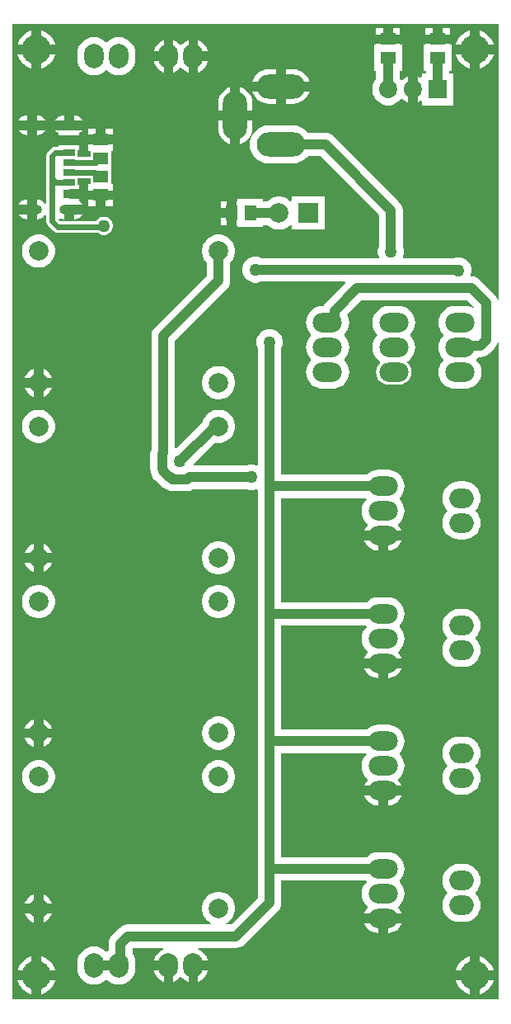
<source format=gbr>
G04*
G04 #@! TF.GenerationSoftware,Altium Limited,Altium Designer,24.2.2 (26)*
G04*
G04 Layer_Physical_Order=1*
G04 Layer_Color=255*
%FSLAX44Y44*%
%MOMM*%
G71*
G04*
G04 #@! TF.SameCoordinates,C1532DF8-A77D-479D-A07C-5EAB100E6B30*
G04*
G04*
G04 #@! TF.FilePolarity,Positive*
G04*
G01*
G75*
%ADD16R,1.1500X0.9000*%
%ADD17R,1.1500X0.8000*%
%ADD18R,1.1500X0.7000*%
%ADD19R,1.5000X1.3000*%
%ADD20R,1.3000X1.5000*%
%ADD38C,1.0000*%
%ADD39C,0.6000*%
%ADD40C,1.8600*%
%ADD41R,1.8600X1.8600*%
%ADD42O,2.0000X1.0000*%
%ADD43O,3.0000X2.0000*%
%ADD44O,5.0000X2.5000*%
%ADD45O,2.5000X5.0000*%
%ADD46O,2.0000X2.5000*%
%ADD47C,2.0000*%
%ADD48R,2.0000X2.0000*%
%ADD49O,2.5000X2.0000*%
%ADD50C,1.2700*%
%ADD51C,3.0000*%
G36*
X499795Y1000794D02*
X500000Y1000709D01*
Y717923D01*
X498730Y717840D01*
X498691Y718132D01*
X497482Y721051D01*
X495559Y723558D01*
X480559Y738559D01*
X478052Y740482D01*
X475133Y741691D01*
X472000Y742104D01*
X471352D01*
X470759Y743374D01*
X471622Y746592D01*
Y750108D01*
X470712Y753503D01*
X468954Y756547D01*
X466469Y759033D01*
X463425Y760790D01*
X460029Y761700D01*
X456514D01*
X453119Y760790D01*
X453098Y760779D01*
X402006D01*
X401402Y761824D01*
X401454Y762049D01*
X402350Y765394D01*
Y768909D01*
X401440Y772304D01*
X401104Y772888D01*
Y810000D01*
X400691Y813133D01*
X399482Y816052D01*
X397559Y818559D01*
X330109Y886008D01*
X327602Y887932D01*
X324683Y889141D01*
X321550Y889553D01*
X303793D01*
X302355Y891305D01*
X299386Y893742D01*
X295998Y895552D01*
X292323Y896667D01*
X288500Y897044D01*
X263500D01*
X259677Y896667D01*
X256002Y895552D01*
X252614Y893742D01*
X249645Y891305D01*
X247208Y888336D01*
X245397Y884948D01*
X244282Y881272D01*
X243906Y877449D01*
X244282Y873627D01*
X245397Y869951D01*
X247208Y866563D01*
X249645Y863594D01*
X252614Y861157D01*
X256002Y859347D01*
X259677Y858232D01*
X263500Y857855D01*
X288500D01*
X292323Y858232D01*
X295998Y859347D01*
X299386Y861157D01*
X302355Y863594D01*
X303793Y865346D01*
X316537D01*
X376897Y804987D01*
Y772888D01*
X376560Y772304D01*
X375650Y768909D01*
Y765394D01*
X376546Y762049D01*
X376598Y761824D01*
X375994Y760779D01*
X256299D01*
X255153Y761440D01*
X251758Y762350D01*
X248242D01*
X244847Y761440D01*
X241803Y759683D01*
X239317Y757197D01*
X237560Y754153D01*
X236650Y750758D01*
Y747242D01*
X237560Y743847D01*
X239317Y740803D01*
X241803Y738317D01*
X244847Y736560D01*
X248242Y735650D01*
X251758D01*
X255153Y736560D01*
X255173Y736572D01*
X341795D01*
X342281Y735398D01*
X322355Y715472D01*
X320432Y712965D01*
X319983Y711882D01*
X319000D01*
X315668Y711554D01*
X312463Y710582D01*
X309510Y709003D01*
X306921Y706879D01*
X304797Y704290D01*
X303218Y701337D01*
X302246Y698133D01*
X301918Y694800D01*
X302246Y691467D01*
X303218Y688263D01*
X304797Y685310D01*
X306725Y682961D01*
X306859Y682100D01*
X306725Y681239D01*
X304797Y678890D01*
X303218Y675937D01*
X302246Y672733D01*
X301918Y669400D01*
X302246Y666067D01*
X303218Y662863D01*
X304797Y659910D01*
X306725Y657561D01*
X306859Y656700D01*
X306725Y655839D01*
X304797Y653490D01*
X303218Y650537D01*
X302246Y647333D01*
X301918Y644000D01*
X302246Y640667D01*
X303218Y637463D01*
X304797Y634510D01*
X306921Y631921D01*
X309510Y629797D01*
X312463Y628218D01*
X315668Y627246D01*
X319000Y626918D01*
X329000D01*
X332333Y627246D01*
X335537Y628218D01*
X338491Y629797D01*
X341079Y631921D01*
X343204Y634510D01*
X344782Y637463D01*
X345754Y640667D01*
X346083Y644000D01*
X345754Y647333D01*
X344782Y650537D01*
X343204Y653490D01*
X341276Y655839D01*
X341142Y656700D01*
X341276Y657561D01*
X343204Y659910D01*
X344782Y662863D01*
X345754Y666067D01*
X346083Y669400D01*
X345754Y672733D01*
X344782Y675937D01*
X343204Y678890D01*
X341276Y681239D01*
X341142Y682100D01*
X341276Y682961D01*
X343204Y685310D01*
X344782Y688263D01*
X345754Y691467D01*
X346083Y694800D01*
X345754Y698133D01*
X344782Y701337D01*
X343971Y702854D01*
X359013Y717896D01*
X466987D01*
X474381Y710502D01*
X473616Y709471D01*
X471537Y710582D01*
X468333Y711554D01*
X465000Y711882D01*
X455000D01*
X451668Y711554D01*
X448463Y710582D01*
X445510Y709003D01*
X442921Y706879D01*
X440797Y704290D01*
X439218Y701337D01*
X438246Y698133D01*
X437918Y694800D01*
X438246Y691467D01*
X439218Y688263D01*
X440797Y685310D01*
X442725Y682961D01*
X442859Y682100D01*
X442725Y681239D01*
X440797Y678890D01*
X439218Y675937D01*
X438246Y672733D01*
X437918Y669400D01*
X438246Y666067D01*
X439218Y662863D01*
X440797Y659910D01*
X442725Y657561D01*
X442859Y656700D01*
X442725Y655839D01*
X440797Y653490D01*
X439218Y650537D01*
X438246Y647333D01*
X437918Y644000D01*
X438246Y640667D01*
X439218Y637463D01*
X440797Y634510D01*
X442921Y631921D01*
X445510Y629797D01*
X448463Y628218D01*
X451668Y627246D01*
X455000Y626918D01*
X465000D01*
X468333Y627246D01*
X471537Y628218D01*
X474491Y629797D01*
X477079Y631921D01*
X479204Y634510D01*
X480782Y637463D01*
X481754Y640667D01*
X482083Y644000D01*
X481754Y647333D01*
X480782Y650537D01*
X479204Y653490D01*
X477276Y655839D01*
X477142Y656700D01*
X477276Y657561D01*
X478629Y659210D01*
X481143D01*
X484275Y659622D01*
X487194Y660831D01*
X489701Y662755D01*
X495559Y668613D01*
X497482Y671120D01*
X498691Y674039D01*
X498730Y674331D01*
X500000Y674248D01*
Y0D01*
X1000D01*
X0Y1000D01*
Y1000794D01*
X499795D01*
D02*
G37*
%LPC*%
G36*
X449500Y997000D02*
X442000D01*
Y990500D01*
X449500D01*
Y997000D01*
D02*
G37*
G36*
X398500D02*
X391000D01*
Y990500D01*
X398500D01*
Y997000D01*
D02*
G37*
G36*
X381000D02*
X373500D01*
Y990500D01*
X381000D01*
Y997000D01*
D02*
G37*
G36*
X432000D02*
X424500D01*
Y990500D01*
X432000D01*
Y997000D01*
D02*
G37*
G36*
X109444Y987582D02*
X106111Y987254D01*
X102906Y986282D01*
X99953Y984703D01*
X97365Y982579D01*
X96123D01*
X93534Y984703D01*
X90581Y986282D01*
X87376Y987254D01*
X84044Y987582D01*
X80711Y987254D01*
X77506Y986282D01*
X74553Y984703D01*
X71965Y982579D01*
X69840Y979990D01*
X68262Y977037D01*
X67290Y973833D01*
X66961Y970500D01*
Y965500D01*
X67290Y962167D01*
X68262Y958963D01*
X69840Y956010D01*
X71965Y953421D01*
X74553Y951297D01*
X77506Y949718D01*
X80711Y948746D01*
X84044Y948418D01*
X87376Y948746D01*
X90581Y949718D01*
X93534Y951297D01*
X96123Y953421D01*
X97365D01*
X99953Y951297D01*
X102906Y949718D01*
X106111Y948746D01*
X109444Y948418D01*
X112776Y948746D01*
X115981Y949718D01*
X118934Y951297D01*
X121523Y953421D01*
X123647Y956010D01*
X125225Y958963D01*
X126198Y962167D01*
X126526Y965500D01*
Y970500D01*
X126198Y973833D01*
X125225Y977037D01*
X123647Y979990D01*
X121523Y982579D01*
X118934Y984703D01*
X115981Y986282D01*
X112776Y987254D01*
X109444Y987582D01*
D02*
G37*
G36*
X480000Y994397D02*
Y980000D01*
X494397D01*
X494231Y980834D01*
X492724Y984473D01*
X490535Y987749D01*
X487749Y990535D01*
X484473Y992723D01*
X480834Y994231D01*
X480000Y994397D01*
D02*
G37*
G36*
X470000D02*
X469166Y994231D01*
X465526Y992723D01*
X462251Y990535D01*
X459465Y987749D01*
X457276Y984473D01*
X455768Y980834D01*
X455603Y980000D01*
X470000D01*
Y994397D01*
D02*
G37*
G36*
X30000D02*
Y980000D01*
X44397D01*
X44232Y980834D01*
X42724Y984473D01*
X40535Y987749D01*
X37750Y990535D01*
X34474Y992723D01*
X30834Y994231D01*
X30000Y994397D01*
D02*
G37*
G36*
X20000D02*
X19166Y994231D01*
X15527Y992723D01*
X12251Y990535D01*
X9465Y987749D01*
X7276Y984473D01*
X5769Y980834D01*
X5603Y980000D01*
X20000D01*
Y994397D01*
D02*
G37*
G36*
X191000Y984658D02*
Y973000D01*
X200826D01*
X200783Y973440D01*
X199925Y976268D01*
X198532Y978874D01*
X196658Y981158D01*
X194374Y983032D01*
X191768Y984425D01*
X191000Y984658D01*
D02*
G37*
G36*
X155600Y984658D02*
X154832Y984425D01*
X152226Y983032D01*
X149942Y981158D01*
X148068Y978874D01*
X146675Y976268D01*
X145817Y973440D01*
X145774Y973000D01*
X155600D01*
Y984658D01*
D02*
G37*
G36*
X494397Y970000D02*
X480000D01*
Y955602D01*
X480834Y955768D01*
X484473Y957276D01*
X487749Y959465D01*
X490535Y962251D01*
X492724Y965526D01*
X494231Y969166D01*
X494397Y970000D01*
D02*
G37*
G36*
X470000D02*
X455603D01*
X455768Y969166D01*
X457276Y965526D01*
X459465Y962251D01*
X462251Y959465D01*
X465526Y957276D01*
X469166Y955768D01*
X470000Y955602D01*
Y970000D01*
D02*
G37*
G36*
X44397D02*
X30000D01*
Y955602D01*
X30834Y955768D01*
X34474Y957276D01*
X37750Y959465D01*
X40535Y962251D01*
X42724Y965526D01*
X44232Y969166D01*
X44397Y970000D01*
D02*
G37*
G36*
X20000D02*
X5603D01*
X5769Y969166D01*
X7276Y965526D01*
X9465Y962251D01*
X12251Y959465D01*
X15527Y957276D01*
X19166Y955768D01*
X20000Y955602D01*
Y970000D01*
D02*
G37*
G36*
X165600Y984658D02*
Y968000D01*
Y951342D01*
X166368Y951575D01*
X168974Y952968D01*
X171258Y954842D01*
X172482Y956333D01*
X174118D01*
X175342Y954842D01*
X177626Y952968D01*
X180232Y951575D01*
X181000Y951342D01*
Y968000D01*
Y984658D01*
X180232Y984425D01*
X177626Y983032D01*
X175342Y981158D01*
X174118Y979667D01*
X172482D01*
X171258Y981158D01*
X168974Y983032D01*
X166368Y984425D01*
X165600Y984658D01*
D02*
G37*
G36*
X155600Y963000D02*
X145774D01*
X145817Y962560D01*
X146675Y959732D01*
X148068Y957126D01*
X149942Y954842D01*
X152226Y952968D01*
X154832Y951575D01*
X155600Y951342D01*
Y963000D01*
D02*
G37*
G36*
X200826D02*
X191000D01*
Y951342D01*
X191768Y951575D01*
X194374Y952968D01*
X196658Y954842D01*
X198532Y957126D01*
X199925Y959732D01*
X200783Y962560D01*
X200826Y963000D01*
D02*
G37*
G36*
X449500Y980500D02*
X437000D01*
X424500D01*
Y980000D01*
X422500D01*
Y953000D01*
X424896D01*
Y950300D01*
X420700D01*
Y946725D01*
X419430Y945992D01*
X417119Y947326D01*
X416600Y947465D01*
Y934000D01*
Y920535D01*
X417119Y920675D01*
X419430Y922009D01*
X420700Y921275D01*
Y917700D01*
X453300D01*
Y950300D01*
X449103D01*
Y953000D01*
X451500D01*
Y980000D01*
X449500D01*
Y980500D01*
D02*
G37*
G36*
X288500Y954584D02*
X281000D01*
Y942000D01*
X305271D01*
X304746Y943729D01*
X303121Y946769D01*
X300934Y949434D01*
X298270Y951621D01*
X295229Y953246D01*
X291931Y954246D01*
X288500Y954584D01*
D02*
G37*
G36*
X271000D02*
X263500D01*
X260069Y954246D01*
X256771Y953246D01*
X253731Y951621D01*
X251066Y949434D01*
X248879Y946769D01*
X247254Y943729D01*
X246729Y942000D01*
X271000D01*
Y954584D01*
D02*
G37*
G36*
X398500Y980500D02*
X386000D01*
X373500D01*
Y980000D01*
X371500D01*
Y953000D01*
X373996D01*
Y944848D01*
X373539Y944391D01*
X371755Y941721D01*
X370526Y938755D01*
X369900Y935605D01*
Y932395D01*
X370526Y929246D01*
X371755Y926279D01*
X373539Y923609D01*
X375809Y921339D01*
X378479Y919555D01*
X381445Y918326D01*
X384594Y917700D01*
X387805D01*
X390954Y918326D01*
X393921Y919555D01*
X396590Y921339D01*
X398861Y923609D01*
X399305Y924275D01*
X400940Y924436D01*
X402819Y922557D01*
X406080Y920675D01*
X406600Y920535D01*
Y934000D01*
Y947465D01*
X406080Y947326D01*
X402819Y945443D01*
X400940Y943564D01*
X399305Y943725D01*
X398861Y944391D01*
X398203Y945048D01*
Y953000D01*
X400500D01*
Y980000D01*
X398500D01*
Y980500D01*
D02*
G37*
G36*
X305271Y932000D02*
X281000D01*
Y919415D01*
X288500D01*
X291931Y919753D01*
X295229Y920753D01*
X298270Y922378D01*
X300934Y924565D01*
X303121Y927230D01*
X304746Y930270D01*
X305271Y932000D01*
D02*
G37*
G36*
X271000D02*
X246729D01*
X247254Y930270D01*
X248879Y927230D01*
X251066Y924565D01*
X253731Y922378D01*
X256771Y920753D01*
X260069Y919753D01*
X263500Y919415D01*
X271000D01*
Y932000D01*
D02*
G37*
G36*
X234100Y936310D02*
Y912039D01*
X246685D01*
Y919539D01*
X246347Y922970D01*
X245346Y926269D01*
X243721Y929309D01*
X241534Y931974D01*
X238869Y934161D01*
X235829Y935786D01*
X234100Y936310D01*
D02*
G37*
G36*
X224100Y936310D02*
X222371Y935786D01*
X219331Y934161D01*
X216666Y931974D01*
X214479Y929309D01*
X212854Y926269D01*
X211853Y922970D01*
X211515Y919539D01*
Y912039D01*
X224100D01*
Y936310D01*
D02*
G37*
G36*
X63329Y907286D02*
X63329D01*
Y902200D01*
X72082D01*
X72064Y902243D01*
X70461Y904332D01*
X68373Y905935D01*
X65940Y906943D01*
X63329Y907286D01*
D02*
G37*
G36*
X53329D02*
X53329D01*
X50719Y906943D01*
X48286Y905935D01*
X46197Y904332D01*
X44594Y902243D01*
X44577Y902200D01*
X53329D01*
Y907286D01*
D02*
G37*
G36*
X25329D02*
X25329D01*
Y902200D01*
X34082D01*
X34064Y902243D01*
X32461Y904332D01*
X30373Y905935D01*
X27940Y906943D01*
X25329Y907286D01*
D02*
G37*
G36*
X15329D02*
X15329D01*
X12719Y906943D01*
X10286Y905935D01*
X8197Y904332D01*
X6594Y902243D01*
X6576Y902200D01*
X15329D01*
Y907286D01*
D02*
G37*
G36*
X103500Y894000D02*
X96000D01*
Y887500D01*
X103500D01*
Y894000D01*
D02*
G37*
G36*
X86000D02*
X78500D01*
Y887500D01*
X86000D01*
Y894000D01*
D02*
G37*
G36*
X34082Y892200D02*
X25329D01*
Y887114D01*
X25329D01*
X27940Y887457D01*
X30373Y888465D01*
X32461Y890068D01*
X34064Y892157D01*
X34082Y892200D01*
D02*
G37*
G36*
X15329D02*
X6576D01*
X6594Y892157D01*
X8197Y890068D01*
X10286Y888465D01*
X12719Y887457D01*
X15329Y887114D01*
X15329D01*
Y892200D01*
D02*
G37*
G36*
X72082D02*
X44577D01*
X44594Y892157D01*
X46197Y890068D01*
X47629Y888969D01*
Y886500D01*
X69129D01*
Y889046D01*
X70461Y890068D01*
X72064Y892157D01*
X72082Y892200D01*
D02*
G37*
G36*
X224100Y902039D02*
X211515D01*
Y894539D01*
X211853Y891109D01*
X212854Y887810D01*
X214479Y884770D01*
X216666Y882105D01*
X219331Y879918D01*
X222371Y878293D01*
X224100Y877769D01*
Y902039D01*
D02*
G37*
G36*
X246685D02*
X234100D01*
Y877769D01*
X235829Y878293D01*
X238869Y879918D01*
X241534Y882105D01*
X243721Y884770D01*
X245346Y887810D01*
X246347Y891109D01*
X246685Y894539D01*
Y902039D01*
D02*
G37*
G36*
X103500Y877500D02*
X91000D01*
X78500D01*
Y871000D01*
X80500D01*
Y865117D01*
X67129D01*
Y872000D01*
X69129D01*
Y876500D01*
X47629D01*
Y875318D01*
X44515D01*
X42174Y874852D01*
X40189Y873526D01*
X36674Y870011D01*
X35348Y868026D01*
X34883Y865685D01*
Y843000D01*
Y816863D01*
X33612Y816432D01*
X32461Y817932D01*
X30373Y819535D01*
X27940Y820543D01*
X25329Y820886D01*
X25329D01*
Y810800D01*
Y800714D01*
X25329D01*
X27940Y801057D01*
X30373Y802065D01*
X32461Y803668D01*
X33612Y805168D01*
X34883Y804737D01*
Y799000D01*
X35348Y796659D01*
X36674Y794674D01*
X42674Y788674D01*
X44659Y787348D01*
X47000Y786882D01*
X87895D01*
X88259Y786518D01*
X90391Y785287D01*
X92769Y784650D01*
X95231D01*
X97609Y785287D01*
X99741Y786518D01*
X101482Y788259D01*
X102713Y790391D01*
X103350Y792769D01*
Y795231D01*
X102713Y797609D01*
X101482Y799741D01*
X99741Y801482D01*
X97609Y802713D01*
X95231Y803350D01*
X92769D01*
X90391Y802713D01*
X88259Y801482D01*
X86518Y799741D01*
X86158Y799118D01*
X49534D01*
X47842Y800810D01*
X47871Y800880D01*
X49508Y801559D01*
X50719Y801057D01*
X53329Y800714D01*
X53329D01*
Y810800D01*
X58329D01*
Y815800D01*
X72082D01*
X72064Y815843D01*
X70461Y817932D01*
X69129Y818954D01*
Y821500D01*
X58379D01*
Y831500D01*
X69129D01*
Y836000D01*
X67129D01*
Y842883D01*
X80500D01*
Y837000D01*
X78500D01*
Y830500D01*
X91000D01*
X103500D01*
Y837000D01*
X101500D01*
Y854000D01*
X101500D01*
X101500Y855270D01*
Y871000D01*
X103500D01*
Y877500D01*
D02*
G37*
G36*
X321000Y824000D02*
X287000D01*
Y819701D01*
X285827Y819215D01*
X284837Y820205D01*
X282053Y822065D01*
X278959Y823347D01*
X275674Y824000D01*
X272326D01*
X269042Y823347D01*
X265948Y822065D01*
X263163Y820205D01*
X262062Y819104D01*
X258000D01*
Y821500D01*
X231000D01*
Y819500D01*
X230500D01*
Y807000D01*
Y794500D01*
X231000D01*
Y792500D01*
X258000D01*
Y794897D01*
X262062D01*
X263163Y793795D01*
X265948Y791935D01*
X269042Y790654D01*
X272326Y790000D01*
X275674D01*
X278959Y790654D01*
X282053Y791935D01*
X284837Y793795D01*
X285827Y794785D01*
X287000Y794299D01*
Y790000D01*
X321000D01*
Y824000D01*
D02*
G37*
G36*
X15329Y820886D02*
X15329D01*
X12719Y820543D01*
X10286Y819535D01*
X8197Y817932D01*
X6594Y815843D01*
X6576Y815800D01*
X15329D01*
Y820886D01*
D02*
G37*
G36*
X103500Y820500D02*
X96000D01*
Y814000D01*
X103500D01*
Y820500D01*
D02*
G37*
G36*
X86000D02*
X78500D01*
Y814000D01*
X86000D01*
Y820500D01*
D02*
G37*
G36*
X220500Y819500D02*
X214000D01*
Y812000D01*
X220500D01*
Y819500D01*
D02*
G37*
G36*
X72082Y805800D02*
X63329D01*
Y800714D01*
X63329D01*
X65940Y801057D01*
X68373Y802065D01*
X70461Y803668D01*
X72064Y805757D01*
X72082Y805800D01*
D02*
G37*
G36*
X15329D02*
X6576D01*
X6594Y805757D01*
X8197Y803668D01*
X10286Y802065D01*
X12719Y801057D01*
X15329Y800714D01*
X15329D01*
Y805800D01*
D02*
G37*
G36*
X220500Y802000D02*
X214000D01*
Y794500D01*
X220500D01*
Y802000D01*
D02*
G37*
G36*
X28674Y785000D02*
X25326D01*
X22041Y784346D01*
X18948Y783065D01*
X16163Y781205D01*
X13795Y778837D01*
X11935Y776052D01*
X10654Y772959D01*
X10000Y769674D01*
Y766326D01*
X10654Y763041D01*
X11935Y759947D01*
X13795Y757163D01*
X16163Y754795D01*
X18948Y752935D01*
X22041Y751653D01*
X25326Y751000D01*
X28674D01*
X31959Y751653D01*
X35053Y752935D01*
X37837Y754795D01*
X40205Y757163D01*
X42065Y759947D01*
X43347Y763041D01*
X44000Y766326D01*
Y769674D01*
X43347Y772959D01*
X42065Y776052D01*
X40205Y778837D01*
X37837Y781205D01*
X35053Y783065D01*
X31959Y784346D01*
X28674Y785000D01*
D02*
G37*
G36*
X32000Y647164D02*
Y637999D01*
X41165D01*
X40293Y640105D01*
X38651Y642561D01*
X36562Y644651D01*
X34105Y646292D01*
X32000Y647164D01*
D02*
G37*
G36*
X22000D02*
X19895Y646292D01*
X17438Y644651D01*
X15349Y642561D01*
X13707Y640105D01*
X12835Y637999D01*
X22000D01*
Y647164D01*
D02*
G37*
G36*
X397000Y711882D02*
X387000D01*
X383668Y711554D01*
X380463Y710582D01*
X377510Y709003D01*
X374921Y706879D01*
X372797Y704290D01*
X371218Y701337D01*
X370246Y698133D01*
X369918Y694800D01*
X370246Y691467D01*
X371218Y688263D01*
X372797Y685310D01*
X374725Y682961D01*
X374859Y682100D01*
X374725Y681239D01*
X372797Y678890D01*
X371218Y675937D01*
X370246Y672733D01*
X369918Y669400D01*
X370246Y666067D01*
X371218Y662863D01*
X372797Y659910D01*
X374921Y657321D01*
X377510Y655197D01*
X378084Y654890D01*
X378188Y653624D01*
X377729Y653272D01*
X375645Y650556D01*
X374335Y647394D01*
X373888Y644000D01*
X374335Y640606D01*
X375645Y637444D01*
X377729Y634728D01*
X380444Y632645D01*
X383607Y631335D01*
X387000Y630888D01*
X397000D01*
X400394Y631335D01*
X403556Y632645D01*
X406272Y634728D01*
X408356Y637444D01*
X409666Y640606D01*
X410112Y644000D01*
X409666Y647394D01*
X408356Y650556D01*
X406272Y653272D01*
X405813Y653624D01*
X405917Y654890D01*
X406491Y655197D01*
X409079Y657321D01*
X411204Y659910D01*
X412782Y662863D01*
X413754Y666067D01*
X414083Y669400D01*
X413754Y672733D01*
X412782Y675937D01*
X411204Y678890D01*
X409276Y681239D01*
X409142Y682100D01*
X409276Y682961D01*
X411204Y685310D01*
X412782Y688263D01*
X413754Y691467D01*
X414083Y694800D01*
X413754Y698133D01*
X412782Y701337D01*
X411204Y704290D01*
X409079Y706879D01*
X406491Y709003D01*
X403537Y710582D01*
X400333Y711554D01*
X397000Y711882D01*
D02*
G37*
G36*
X41165Y627999D02*
X32000D01*
Y618835D01*
X34105Y619706D01*
X36562Y621348D01*
X38651Y623437D01*
X40293Y625894D01*
X41165Y627999D01*
D02*
G37*
G36*
X22000D02*
X12835D01*
X13707Y625894D01*
X15349Y623437D01*
X17438Y621348D01*
X19895Y619706D01*
X22000Y618835D01*
Y627999D01*
D02*
G37*
G36*
X213674Y649999D02*
X210326D01*
X207041Y649346D01*
X203948Y648065D01*
X201163Y646204D01*
X198795Y643836D01*
X196935Y641052D01*
X195653Y637958D01*
X195000Y634674D01*
Y631325D01*
X195653Y628041D01*
X196935Y624947D01*
X198795Y622163D01*
X201163Y619795D01*
X203948Y617934D01*
X207041Y616653D01*
X210326Y615999D01*
X213674D01*
X216959Y616653D01*
X220053Y617934D01*
X222837Y619795D01*
X225205Y622163D01*
X227065Y624947D01*
X228347Y628041D01*
X229000Y631325D01*
Y634674D01*
X228347Y637958D01*
X227065Y641052D01*
X225205Y643836D01*
X222837Y646204D01*
X220053Y648065D01*
X216959Y649346D01*
X213674Y649999D01*
D02*
G37*
G36*
X28674Y605214D02*
X25326D01*
X22041Y604560D01*
X18948Y603279D01*
X16163Y601418D01*
X13795Y599051D01*
X11935Y596266D01*
X10654Y593172D01*
X10000Y589888D01*
Y586539D01*
X10654Y583255D01*
X11935Y580161D01*
X13795Y577377D01*
X16163Y575009D01*
X18948Y573148D01*
X22041Y571867D01*
X25326Y571214D01*
X28674D01*
X31959Y571867D01*
X35053Y573148D01*
X37837Y575009D01*
X40205Y577377D01*
X42065Y580161D01*
X43347Y583255D01*
X44000Y586539D01*
Y589888D01*
X43347Y593172D01*
X42065Y596266D01*
X40205Y599051D01*
X37837Y601418D01*
X35053Y603279D01*
X31959Y604560D01*
X28674Y605214D01*
D02*
G37*
G36*
X213674Y785000D02*
X210326D01*
X207041Y784346D01*
X203948Y783065D01*
X201163Y781205D01*
X198795Y778837D01*
X196935Y776052D01*
X195653Y772959D01*
X195000Y769674D01*
Y766326D01*
X195653Y763041D01*
X196935Y759947D01*
X198795Y757163D01*
X199897Y756062D01*
Y743014D01*
X146441Y689558D01*
X144518Y687052D01*
X143309Y684133D01*
X142896Y681000D01*
Y564552D01*
X142273Y563047D01*
X141861Y559915D01*
Y544713D01*
X142273Y541581D01*
X143240Y539246D01*
X143309Y538725D01*
X144518Y535806D01*
X146441Y533299D01*
X152299Y527441D01*
X154806Y525518D01*
X157418Y524436D01*
X158662Y523482D01*
X161581Y522273D01*
X164714Y521860D01*
X179915D01*
X183048Y522273D01*
X185967Y523482D01*
X186507Y523896D01*
X240264D01*
X240847Y523560D01*
X244242Y522650D01*
X247757D01*
X251110Y523548D01*
X251326Y523606D01*
X252380Y522998D01*
Y395000D01*
Y266000D01*
Y131000D01*
Y104497D01*
X224986Y77104D01*
X219816D01*
X219563Y78374D01*
X220053Y78576D01*
X222837Y80437D01*
X225205Y82805D01*
X227065Y85589D01*
X228347Y88683D01*
X229000Y91967D01*
Y95316D01*
X228347Y98600D01*
X227065Y101694D01*
X225205Y104478D01*
X222837Y106846D01*
X220053Y108707D01*
X216959Y109988D01*
X213674Y110642D01*
X210326D01*
X207041Y109988D01*
X203948Y108707D01*
X201163Y106846D01*
X198795Y104478D01*
X196935Y101694D01*
X195653Y98600D01*
X195000Y95316D01*
Y91967D01*
X195653Y88683D01*
X196935Y85589D01*
X198795Y82805D01*
X201163Y80437D01*
X203948Y78576D01*
X204437Y78374D01*
X204184Y77104D01*
X118858D01*
X115725Y76691D01*
X112806Y75482D01*
X110299Y73559D01*
X102798Y66058D01*
X100875Y63551D01*
X99666Y60632D01*
X99253Y57499D01*
Y51129D01*
X97604Y49775D01*
X96743Y49641D01*
X95883Y49775D01*
X93534Y51703D01*
X90581Y53282D01*
X87376Y54254D01*
X84044Y54582D01*
X80711Y54254D01*
X77506Y53282D01*
X74553Y51703D01*
X71965Y49579D01*
X69840Y46990D01*
X68262Y44037D01*
X67290Y40832D01*
X66961Y37500D01*
Y32500D01*
X67290Y29167D01*
X68262Y25963D01*
X69840Y23009D01*
X71965Y20421D01*
X74553Y18296D01*
X77506Y16718D01*
X80711Y15746D01*
X84044Y15417D01*
X87376Y15746D01*
X90581Y16718D01*
X93534Y18296D01*
X95883Y20224D01*
X96743Y20358D01*
X97604Y20224D01*
X99953Y18296D01*
X102906Y16718D01*
X106111Y15746D01*
X109444Y15417D01*
X112776Y15746D01*
X115981Y16718D01*
X118934Y18296D01*
X121523Y20421D01*
X123647Y23009D01*
X125225Y25963D01*
X126198Y29167D01*
X126526Y32500D01*
Y37500D01*
X126198Y40832D01*
X125225Y44037D01*
X123647Y46990D01*
X123461Y47217D01*
Y52486D01*
X123871Y52896D01*
X155308D01*
X155497Y51626D01*
X154832Y51425D01*
X152226Y50032D01*
X149942Y48158D01*
X148068Y45873D01*
X146675Y43268D01*
X145817Y40440D01*
X145774Y40000D01*
X160600D01*
Y35000D01*
X165600D01*
Y18341D01*
X166368Y18574D01*
X168974Y19967D01*
X171258Y21842D01*
X172482Y23333D01*
X174118D01*
X175342Y21842D01*
X177626Y19967D01*
X180232Y18574D01*
X181000Y18341D01*
Y35000D01*
X186000D01*
Y40000D01*
X200826D01*
X200783Y40440D01*
X199925Y43268D01*
X198532Y45873D01*
X196658Y48158D01*
X194374Y50032D01*
X191768Y51425D01*
X191104Y51626D01*
X191292Y52896D01*
X230000D01*
X233133Y53309D01*
X236052Y54518D01*
X238559Y56441D01*
X273042Y90925D01*
X274965Y93431D01*
X276174Y96350D01*
X276587Y99483D01*
Y122109D01*
X363402D01*
X363848Y121062D01*
X363878Y120839D01*
X361797Y118303D01*
X360218Y115349D01*
X359246Y112145D01*
X358918Y108812D01*
X359246Y105480D01*
X360218Y102275D01*
X361797Y99322D01*
X363921Y96733D01*
X365480Y95454D01*
Y94390D01*
X365271Y93983D01*
X363468Y91786D01*
X362075Y89180D01*
X361842Y88412D01*
X381000D01*
X400158D01*
X399925Y89180D01*
X398532Y91786D01*
X396730Y93983D01*
X396520Y94390D01*
Y95454D01*
X398079Y96733D01*
X400203Y99322D01*
X401782Y102275D01*
X402754Y105480D01*
X403082Y108812D01*
X402754Y112145D01*
X401782Y115349D01*
X400203Y118303D01*
X398276Y120652D01*
X398141Y121512D01*
X398276Y122373D01*
X400203Y124722D01*
X401782Y127675D01*
X402754Y130880D01*
X403082Y134212D01*
X402754Y137545D01*
X401782Y140749D01*
X400203Y143703D01*
X398079Y146291D01*
X395490Y148416D01*
X392537Y149994D01*
X389333Y150966D01*
X386000Y151294D01*
X376000D01*
X372667Y150966D01*
X369463Y149994D01*
X366510Y148416D01*
X363951Y146316D01*
X276587D01*
Y252949D01*
X363402D01*
X363848Y251902D01*
X363878Y251679D01*
X361797Y249143D01*
X360218Y246189D01*
X359246Y242985D01*
X358918Y239652D01*
X359246Y236320D01*
X360218Y233115D01*
X361797Y230162D01*
X363921Y227573D01*
X365480Y226294D01*
Y225230D01*
X365271Y224823D01*
X363468Y222626D01*
X362075Y220020D01*
X361842Y219252D01*
X381000D01*
X400158D01*
X399925Y220020D01*
X398532Y222626D01*
X396730Y224823D01*
X396520Y225230D01*
Y226294D01*
X398079Y227573D01*
X400203Y230162D01*
X401782Y233115D01*
X402754Y236320D01*
X403082Y239652D01*
X402754Y242985D01*
X401782Y246189D01*
X400203Y249143D01*
X398276Y251492D01*
X398141Y252352D01*
X398276Y253213D01*
X400203Y255562D01*
X401782Y258515D01*
X402754Y261720D01*
X403082Y265052D01*
X402754Y268385D01*
X401782Y271589D01*
X400203Y274543D01*
X398079Y277131D01*
X395490Y279256D01*
X392537Y280834D01*
X389333Y281806D01*
X386000Y282134D01*
X376000D01*
X372667Y281806D01*
X369463Y280834D01*
X366510Y279256D01*
X363951Y277156D01*
X276587D01*
Y383789D01*
X363402D01*
X363848Y382742D01*
X363878Y382519D01*
X361797Y379983D01*
X360218Y377029D01*
X359246Y373825D01*
X358918Y370492D01*
X359246Y367160D01*
X360218Y363955D01*
X361797Y361002D01*
X363921Y358413D01*
X365480Y357133D01*
Y356070D01*
X365271Y355663D01*
X363468Y353466D01*
X362075Y350860D01*
X361842Y350092D01*
X381000D01*
X400158D01*
X399925Y350860D01*
X398532Y353466D01*
X396730Y355663D01*
X396520Y356070D01*
Y357133D01*
X398079Y358413D01*
X400203Y361002D01*
X401782Y363955D01*
X402754Y367160D01*
X403082Y370492D01*
X402754Y373825D01*
X401782Y377029D01*
X400203Y379983D01*
X398276Y382332D01*
X398141Y383192D01*
X398276Y384053D01*
X400203Y386402D01*
X401782Y389355D01*
X402754Y392560D01*
X403082Y395892D01*
X402754Y399225D01*
X401782Y402429D01*
X400203Y405383D01*
X398079Y407971D01*
X395490Y410095D01*
X392537Y411674D01*
X389333Y412646D01*
X386000Y412974D01*
X376000D01*
X372667Y412646D01*
X369463Y411674D01*
X366510Y410095D01*
X363951Y407996D01*
X276587D01*
Y514629D01*
X363402D01*
X363848Y513582D01*
X363878Y513359D01*
X361797Y510822D01*
X360218Y507869D01*
X359246Y504665D01*
X358918Y501332D01*
X359246Y498000D01*
X360218Y494795D01*
X361797Y491842D01*
X363921Y489253D01*
X365480Y487974D01*
Y486910D01*
X365271Y486503D01*
X363468Y484306D01*
X362075Y481700D01*
X361842Y480932D01*
X381000D01*
X400158D01*
X399925Y481700D01*
X398532Y484306D01*
X396730Y486503D01*
X396520Y486910D01*
Y487974D01*
X398079Y489253D01*
X400203Y491842D01*
X401782Y494795D01*
X402754Y498000D01*
X403082Y501332D01*
X402754Y504665D01*
X401782Y507869D01*
X400203Y510822D01*
X398276Y513172D01*
X398141Y514032D01*
X398276Y514893D01*
X400203Y517242D01*
X401782Y520195D01*
X402754Y523400D01*
X403082Y526732D01*
X402754Y530065D01*
X401782Y533269D01*
X400203Y536222D01*
X398079Y538811D01*
X395490Y540936D01*
X392537Y542514D01*
X389333Y543486D01*
X386000Y543814D01*
X376000D01*
X372667Y543486D01*
X369463Y542514D01*
X366510Y540936D01*
X363951Y538836D01*
X276587D01*
Y668942D01*
X276923Y669525D01*
X277833Y672921D01*
Y676436D01*
X276923Y679831D01*
X275166Y682875D01*
X272680Y685361D01*
X269636Y687119D01*
X266241Y688028D01*
X262726D01*
X259330Y687119D01*
X256286Y685361D01*
X253801Y682875D01*
X252043Y679831D01*
X251133Y676436D01*
Y672921D01*
X252043Y669525D01*
X252380Y668942D01*
Y549002D01*
X251326Y548394D01*
X251110Y548452D01*
X247757Y549350D01*
X244242D01*
X240847Y548440D01*
X240264Y548104D01*
X186880D01*
X186394Y549277D01*
X208662Y571545D01*
X210326Y571214D01*
X213674D01*
X216959Y571867D01*
X220053Y573148D01*
X222837Y575009D01*
X225205Y577377D01*
X227065Y580161D01*
X228347Y583255D01*
X229000Y586539D01*
Y589888D01*
X228347Y593172D01*
X227065Y596266D01*
X225205Y599051D01*
X222837Y601418D01*
X220053Y603279D01*
X216959Y604560D01*
X213674Y605214D01*
X210326D01*
X207041Y604560D01*
X203948Y603279D01*
X201163Y601418D01*
X198795Y599051D01*
X196935Y596266D01*
X195653Y593172D01*
X195553Y592670D01*
X168374Y565490D01*
X167135Y566003D01*
X167104Y566054D01*
Y675987D01*
X220559Y729442D01*
X222482Y731948D01*
X223691Y734867D01*
X224104Y738000D01*
Y756062D01*
X225205Y757163D01*
X227065Y759947D01*
X228347Y763041D01*
X229000Y766326D01*
Y769674D01*
X228347Y772959D01*
X227065Y776052D01*
X225205Y778837D01*
X222837Y781205D01*
X220053Y783065D01*
X216959Y784346D01*
X213674Y785000D01*
D02*
G37*
G36*
X464000Y531682D02*
X459000D01*
X455668Y531354D01*
X452463Y530382D01*
X449510Y528803D01*
X446921Y526679D01*
X444797Y524090D01*
X443218Y521137D01*
X442246Y517932D01*
X441918Y514600D01*
X442246Y511267D01*
X443218Y508063D01*
X444797Y505109D01*
X446725Y502760D01*
X446859Y501900D01*
X446725Y501039D01*
X444797Y498690D01*
X443218Y495737D01*
X442246Y492532D01*
X441918Y489200D01*
X442246Y485867D01*
X443218Y482663D01*
X444797Y479709D01*
X446921Y477121D01*
X449510Y474996D01*
X452463Y473418D01*
X455668Y472446D01*
X459000Y472117D01*
X464000D01*
X467333Y472446D01*
X470537Y473418D01*
X473491Y474996D01*
X476079Y477121D01*
X478204Y479709D01*
X479782Y482663D01*
X480754Y485867D01*
X481082Y489200D01*
X480754Y492532D01*
X479782Y495737D01*
X478204Y498690D01*
X476276Y501039D01*
X476142Y501900D01*
X476276Y502760D01*
X478204Y505109D01*
X479782Y508063D01*
X480754Y511267D01*
X481082Y514600D01*
X480754Y517932D01*
X479782Y521137D01*
X478204Y524090D01*
X476079Y526679D01*
X473491Y528803D01*
X470537Y530382D01*
X467333Y531354D01*
X464000Y531682D01*
D02*
G37*
G36*
X400158Y470932D02*
X386000D01*
Y460860D01*
X388941Y461149D01*
X391768Y462007D01*
X394374Y463400D01*
X396658Y465274D01*
X398532Y467558D01*
X399925Y470164D01*
X400158Y470932D01*
D02*
G37*
G36*
X376000D02*
X361842D01*
X362075Y470164D01*
X363468Y467558D01*
X365342Y465274D01*
X367626Y463400D01*
X370232Y462007D01*
X373060Y461149D01*
X376000Y460860D01*
X376000D01*
Y470932D01*
D02*
G37*
G36*
X32000Y467379D02*
Y458214D01*
X41165D01*
X40293Y460319D01*
X38651Y462776D01*
X36562Y464865D01*
X34105Y466507D01*
X32000Y467379D01*
D02*
G37*
G36*
X22000D02*
X19895Y466507D01*
X17438Y464865D01*
X15349Y462776D01*
X13707Y460319D01*
X12835Y458214D01*
X22000D01*
Y467379D01*
D02*
G37*
G36*
X41165Y448214D02*
X32000D01*
Y439049D01*
X34105Y439921D01*
X36562Y441562D01*
X38651Y443652D01*
X40293Y446109D01*
X41165Y448214D01*
D02*
G37*
G36*
X22000D02*
X12835D01*
X13707Y446109D01*
X15349Y443652D01*
X17438Y441562D01*
X19895Y439921D01*
X22000Y439049D01*
Y448214D01*
D02*
G37*
G36*
X213674Y470214D02*
X210326D01*
X207041Y469561D01*
X203948Y468279D01*
X201163Y466418D01*
X198795Y464051D01*
X196935Y461266D01*
X195653Y458172D01*
X195000Y454888D01*
Y451539D01*
X195653Y448255D01*
X196935Y445161D01*
X198795Y442377D01*
X201163Y440009D01*
X203948Y438148D01*
X207041Y436867D01*
X210326Y436214D01*
X213674D01*
X216959Y436867D01*
X220053Y438148D01*
X222837Y440009D01*
X225205Y442377D01*
X227065Y445161D01*
X228347Y448255D01*
X229000Y451539D01*
Y454888D01*
X228347Y458172D01*
X227065Y461266D01*
X225205Y464051D01*
X222837Y466418D01*
X220053Y468279D01*
X216959Y469561D01*
X213674Y470214D01*
D02*
G37*
G36*
Y425428D02*
X210326D01*
X207041Y424774D01*
X203948Y423493D01*
X201163Y421632D01*
X198795Y419264D01*
X196935Y416480D01*
X195653Y413386D01*
X195000Y410102D01*
Y406753D01*
X195653Y403469D01*
X196935Y400375D01*
X198795Y397591D01*
X201163Y395223D01*
X203948Y393362D01*
X207041Y392081D01*
X210326Y391428D01*
X213674D01*
X216959Y392081D01*
X220053Y393362D01*
X222837Y395223D01*
X225205Y397591D01*
X227065Y400375D01*
X228347Y403469D01*
X229000Y406753D01*
Y410102D01*
X228347Y413386D01*
X227065Y416480D01*
X225205Y419264D01*
X222837Y421632D01*
X220053Y423493D01*
X216959Y424774D01*
X213674Y425428D01*
D02*
G37*
G36*
X28674D02*
X25326D01*
X22041Y424774D01*
X18948Y423493D01*
X16163Y421632D01*
X13795Y419264D01*
X11935Y416480D01*
X10654Y413386D01*
X10000Y410102D01*
Y406753D01*
X10654Y403469D01*
X11935Y400375D01*
X13795Y397591D01*
X16163Y395223D01*
X18948Y393362D01*
X22041Y392081D01*
X25326Y391428D01*
X28674D01*
X31959Y392081D01*
X35053Y393362D01*
X37837Y395223D01*
X40205Y397591D01*
X42065Y400375D01*
X43347Y403469D01*
X44000Y406753D01*
Y410102D01*
X43347Y413386D01*
X42065Y416480D01*
X40205Y419264D01*
X37837Y421632D01*
X35053Y423493D01*
X31959Y424774D01*
X28674Y425428D01*
D02*
G37*
G36*
X464000Y400842D02*
X459000D01*
X455668Y400514D01*
X452463Y399542D01*
X449510Y397963D01*
X446921Y395839D01*
X444797Y393250D01*
X443218Y390297D01*
X442246Y387092D01*
X441918Y383760D01*
X442246Y380427D01*
X443218Y377223D01*
X444797Y374269D01*
X446725Y371920D01*
X446859Y371060D01*
X446725Y370199D01*
X444797Y367850D01*
X443218Y364897D01*
X442246Y361692D01*
X441918Y358360D01*
X442246Y355027D01*
X443218Y351823D01*
X444797Y348869D01*
X446921Y346281D01*
X449510Y344156D01*
X452463Y342578D01*
X455668Y341606D01*
X459000Y341277D01*
X464000D01*
X467333Y341606D01*
X470537Y342578D01*
X473491Y344156D01*
X476079Y346281D01*
X478204Y348869D01*
X479782Y351823D01*
X480754Y355027D01*
X481082Y358360D01*
X480754Y361692D01*
X479782Y364897D01*
X478204Y367850D01*
X476276Y370199D01*
X476142Y371060D01*
X476276Y371920D01*
X478204Y374269D01*
X479782Y377223D01*
X480754Y380427D01*
X481082Y383760D01*
X480754Y387092D01*
X479782Y390297D01*
X478204Y393250D01*
X476079Y395839D01*
X473491Y397963D01*
X470537Y399542D01*
X467333Y400514D01*
X464000Y400842D01*
D02*
G37*
G36*
X400158Y340092D02*
X386000D01*
Y330020D01*
X388941Y330309D01*
X391768Y331167D01*
X394374Y332560D01*
X396658Y334434D01*
X398532Y336718D01*
X399925Y339324D01*
X400158Y340092D01*
D02*
G37*
G36*
X376000D02*
X361842D01*
X362075Y339324D01*
X363468Y336718D01*
X365342Y334434D01*
X367626Y332560D01*
X370232Y331167D01*
X373060Y330309D01*
X376000Y330020D01*
X376000D01*
Y340092D01*
D02*
G37*
G36*
X32000Y287592D02*
Y278428D01*
X41165D01*
X40293Y280533D01*
X38651Y282990D01*
X36562Y285079D01*
X34105Y286721D01*
X32000Y287592D01*
D02*
G37*
G36*
X22000D02*
X19895Y286721D01*
X17438Y285079D01*
X15349Y282990D01*
X13707Y280533D01*
X12835Y278428D01*
X22000D01*
Y287592D01*
D02*
G37*
G36*
X41165Y268428D02*
X32000D01*
Y259263D01*
X34105Y260135D01*
X36562Y261776D01*
X38651Y263866D01*
X40293Y266322D01*
X41165Y268428D01*
D02*
G37*
G36*
X22000D02*
X12835D01*
X13707Y266322D01*
X15349Y263866D01*
X17438Y261776D01*
X19895Y260135D01*
X22000Y259263D01*
Y268428D01*
D02*
G37*
G36*
X213674Y290428D02*
X210326D01*
X207041Y289774D01*
X203948Y288493D01*
X201163Y286632D01*
X198795Y284265D01*
X196935Y281480D01*
X195653Y278386D01*
X195000Y275102D01*
Y271753D01*
X195653Y268469D01*
X196935Y265375D01*
X198795Y262591D01*
X201163Y260223D01*
X203948Y258362D01*
X207041Y257081D01*
X210326Y256428D01*
X213674D01*
X216959Y257081D01*
X220053Y258362D01*
X222837Y260223D01*
X225205Y262591D01*
X227065Y265375D01*
X228347Y268469D01*
X229000Y271753D01*
Y275102D01*
X228347Y278386D01*
X227065Y281480D01*
X225205Y284265D01*
X222837Y286632D01*
X220053Y288493D01*
X216959Y289774D01*
X213674Y290428D01*
D02*
G37*
G36*
Y245641D02*
X210326D01*
X207041Y244988D01*
X203948Y243707D01*
X201163Y241846D01*
X198795Y239478D01*
X196935Y236694D01*
X195653Y233600D01*
X195000Y230316D01*
Y226967D01*
X195653Y223683D01*
X196935Y220589D01*
X198795Y217805D01*
X201163Y215437D01*
X203948Y213576D01*
X207041Y212295D01*
X210326Y211642D01*
X213674D01*
X216959Y212295D01*
X220053Y213576D01*
X222837Y215437D01*
X225205Y217805D01*
X227065Y220589D01*
X228347Y223683D01*
X229000Y226967D01*
Y230316D01*
X228347Y233600D01*
X227065Y236694D01*
X225205Y239478D01*
X222837Y241846D01*
X220053Y243707D01*
X216959Y244988D01*
X213674Y245641D01*
D02*
G37*
G36*
X28674D02*
X25326D01*
X22041Y244988D01*
X18948Y243707D01*
X16163Y241846D01*
X13795Y239478D01*
X11935Y236694D01*
X10654Y233600D01*
X10000Y230316D01*
Y226967D01*
X10654Y223683D01*
X11935Y220589D01*
X13795Y217805D01*
X16163Y215437D01*
X18948Y213576D01*
X22041Y212295D01*
X25326Y211642D01*
X28674D01*
X31959Y212295D01*
X35053Y213576D01*
X37837Y215437D01*
X40205Y217805D01*
X42065Y220589D01*
X43347Y223683D01*
X44000Y226967D01*
Y230316D01*
X43347Y233600D01*
X42065Y236694D01*
X40205Y239478D01*
X37837Y241846D01*
X35053Y243707D01*
X31959Y244988D01*
X28674Y245641D01*
D02*
G37*
G36*
X464000Y270002D02*
X459000D01*
X455668Y269674D01*
X452463Y268702D01*
X449510Y267123D01*
X446921Y264999D01*
X444797Y262410D01*
X443218Y259457D01*
X442246Y256252D01*
X441918Y252920D01*
X442246Y249587D01*
X443218Y246383D01*
X444797Y243429D01*
X446725Y241080D01*
X446859Y240220D01*
X446725Y239359D01*
X444797Y237010D01*
X443218Y234057D01*
X442246Y230852D01*
X441918Y227520D01*
X442246Y224187D01*
X443218Y220983D01*
X444797Y218029D01*
X446921Y215441D01*
X449510Y213316D01*
X452463Y211738D01*
X455668Y210766D01*
X459000Y210437D01*
X464000D01*
X467333Y210766D01*
X470537Y211738D01*
X473491Y213316D01*
X476079Y215441D01*
X478204Y218029D01*
X479782Y220983D01*
X480754Y224187D01*
X481082Y227520D01*
X480754Y230852D01*
X479782Y234057D01*
X478204Y237010D01*
X476276Y239359D01*
X476142Y240220D01*
X476276Y241080D01*
X478204Y243429D01*
X479782Y246383D01*
X480754Y249587D01*
X481082Y252920D01*
X480754Y256252D01*
X479782Y259457D01*
X478204Y262410D01*
X476079Y264999D01*
X473491Y267123D01*
X470537Y268702D01*
X467333Y269674D01*
X464000Y270002D01*
D02*
G37*
G36*
X400158Y209252D02*
X386000D01*
Y199180D01*
X388941Y199469D01*
X391768Y200327D01*
X394374Y201720D01*
X396658Y203594D01*
X398532Y205878D01*
X399925Y208484D01*
X400158Y209252D01*
D02*
G37*
G36*
X376000D02*
X361842D01*
X362075Y208484D01*
X363468Y205878D01*
X365342Y203594D01*
X367626Y201720D01*
X370232Y200327D01*
X373060Y199469D01*
X376000Y199180D01*
X376000D01*
Y209252D01*
D02*
G37*
G36*
X32000Y107806D02*
Y98642D01*
X41165D01*
X40293Y100747D01*
X38651Y103203D01*
X36562Y105293D01*
X34105Y106934D01*
X32000Y107806D01*
D02*
G37*
G36*
X22000D02*
X19895Y106934D01*
X17438Y105293D01*
X15349Y103203D01*
X13707Y100747D01*
X12835Y98642D01*
X22000D01*
Y107806D01*
D02*
G37*
G36*
X464000Y139162D02*
X459000D01*
X455668Y138834D01*
X452463Y137862D01*
X449510Y136283D01*
X446921Y134159D01*
X444797Y131570D01*
X443218Y128617D01*
X442246Y125412D01*
X441918Y122080D01*
X442246Y118747D01*
X443218Y115543D01*
X444797Y112589D01*
X446725Y110240D01*
X446859Y109380D01*
X446725Y108519D01*
X444797Y106170D01*
X443218Y103217D01*
X442246Y100012D01*
X441918Y96680D01*
X442246Y93347D01*
X443218Y90143D01*
X444797Y87189D01*
X446921Y84601D01*
X449510Y82476D01*
X452463Y80898D01*
X455668Y79926D01*
X459000Y79598D01*
X464000D01*
X467333Y79926D01*
X470537Y80898D01*
X473491Y82476D01*
X476079Y84601D01*
X478204Y87189D01*
X479782Y90143D01*
X480754Y93347D01*
X481082Y96680D01*
X480754Y100012D01*
X479782Y103217D01*
X478204Y106170D01*
X476276Y108519D01*
X476142Y109380D01*
X476276Y110240D01*
X478204Y112589D01*
X479782Y115543D01*
X480754Y118747D01*
X481082Y122080D01*
X480754Y125412D01*
X479782Y128617D01*
X478204Y131570D01*
X476079Y134159D01*
X473491Y136283D01*
X470537Y137862D01*
X467333Y138834D01*
X464000Y139162D01*
D02*
G37*
G36*
X41165Y88642D02*
X32000D01*
Y79477D01*
X34105Y80349D01*
X36562Y81990D01*
X38651Y84080D01*
X40293Y86536D01*
X41165Y88642D01*
D02*
G37*
G36*
X22000D02*
X12835D01*
X13707Y86536D01*
X15349Y84080D01*
X17438Y81990D01*
X19895Y80349D01*
X22000Y79477D01*
Y88642D01*
D02*
G37*
G36*
X400158Y78412D02*
X386000D01*
Y68340D01*
X388941Y68629D01*
X391768Y69487D01*
X394374Y70880D01*
X396658Y72754D01*
X398532Y75038D01*
X399925Y77644D01*
X400158Y78412D01*
D02*
G37*
G36*
X376000D02*
X361842D01*
X362075Y77644D01*
X363468Y75038D01*
X365342Y72754D01*
X367626Y70880D01*
X370232Y69487D01*
X373060Y68629D01*
X376000Y68340D01*
X376000D01*
Y78412D01*
D02*
G37*
G36*
X480000Y44397D02*
Y30000D01*
X494397D01*
X494231Y30833D01*
X492724Y34473D01*
X490535Y37749D01*
X487749Y40535D01*
X484473Y42723D01*
X480834Y44231D01*
X480000Y44397D01*
D02*
G37*
G36*
X470000D02*
X469166Y44231D01*
X465526Y42723D01*
X462251Y40535D01*
X459465Y37749D01*
X457276Y34473D01*
X455768Y30833D01*
X455603Y30000D01*
X470000D01*
Y44397D01*
D02*
G37*
G36*
X30000D02*
Y30000D01*
X44397D01*
X44232Y30833D01*
X42724Y34473D01*
X40535Y37749D01*
X37750Y40535D01*
X34474Y42723D01*
X30834Y44231D01*
X30000Y44397D01*
D02*
G37*
G36*
X20000D02*
X19166Y44231D01*
X15527Y42723D01*
X12251Y40535D01*
X9465Y37749D01*
X7276Y34473D01*
X5769Y30833D01*
X5603Y30000D01*
X20000D01*
Y44397D01*
D02*
G37*
G36*
X200826Y30000D02*
X191000D01*
Y18341D01*
X191768Y18574D01*
X194374Y19967D01*
X196658Y21842D01*
X198532Y24126D01*
X199925Y26732D01*
X200783Y29559D01*
X200826Y30000D01*
D02*
G37*
G36*
X155600D02*
X145774D01*
X145817Y29559D01*
X146675Y26732D01*
X148068Y24126D01*
X149942Y21842D01*
X152226Y19967D01*
X154832Y18574D01*
X155600Y18341D01*
Y30000D01*
D02*
G37*
G36*
X44397Y20000D02*
X30000D01*
Y5602D01*
X30834Y5768D01*
X34474Y7276D01*
X37750Y9465D01*
X40535Y12250D01*
X42724Y15526D01*
X44232Y19166D01*
X44397Y20000D01*
D02*
G37*
G36*
X20000D02*
X5603D01*
X5769Y19166D01*
X7276Y15526D01*
X9465Y12250D01*
X12251Y9465D01*
X15527Y7276D01*
X19166Y5768D01*
X20000Y5602D01*
Y20000D01*
D02*
G37*
G36*
X494397D02*
X480000D01*
Y5602D01*
X480834Y5768D01*
X484473Y7276D01*
X487749Y9465D01*
X490535Y12250D01*
X492724Y15526D01*
X494231Y19166D01*
X494397Y20000D01*
D02*
G37*
G36*
X470000D02*
X455603D01*
X455768Y19166D01*
X457276Y15526D01*
X459465Y12250D01*
X462251Y9465D01*
X465526Y7276D01*
X469166Y5768D01*
X470000Y5602D01*
Y20000D01*
D02*
G37*
%LPD*%
D16*
X58379Y826500D02*
D03*
Y881500D02*
D03*
D17*
Y838800D02*
D03*
Y869200D02*
D03*
D18*
Y859000D02*
D03*
Y849000D02*
D03*
D19*
X91000Y863500D02*
D03*
Y882500D02*
D03*
Y844500D02*
D03*
Y825500D02*
D03*
X386000Y985500D02*
D03*
Y966500D02*
D03*
X437000Y985500D02*
D03*
Y966500D02*
D03*
D20*
X225500Y807000D02*
D03*
X244500D02*
D03*
D38*
X179915Y533964D02*
X181951Y536000D01*
X153964Y544713D02*
X155000Y543677D01*
X153964Y559915D02*
X155000Y560950D01*
X153964Y544713D02*
Y559915D01*
X181951Y536000D02*
X246000D01*
X160858D02*
X162677D01*
X164714Y533964D01*
X179915D01*
X155000Y541858D02*
Y543677D01*
Y560950D02*
Y681000D01*
X172314Y552314D02*
X208214Y588214D01*
X212000D01*
X155000Y541858D02*
X160858Y536000D01*
X264483Y528000D02*
Y674678D01*
X155000Y681000D02*
X212000Y738000D01*
Y768000D01*
X264483Y395000D02*
Y528000D01*
X265751Y526732D01*
X381000D01*
X264483Y266000D02*
Y395000D01*
X265375Y395892D01*
X381000D01*
X264483Y131000D02*
Y266000D01*
X265431Y265052D01*
X381000D01*
X264483Y99483D02*
Y131000D01*
X267695Y134212D01*
X381000D01*
X84044Y35000D02*
X109444D01*
X111357Y36913D01*
Y57499D01*
X118858Y65000D01*
X230000D01*
X264483Y99483D01*
X250325Y748675D02*
X457947D01*
X250000Y749000D02*
X250325Y748675D01*
X457947D02*
X458272Y748350D01*
X386100Y934100D02*
X386200Y934000D01*
X386000Y966500D02*
X386100Y966400D01*
Y934100D02*
Y966400D01*
X354000Y730000D02*
X472000D01*
X330914Y706914D02*
X354000Y730000D01*
X472000D02*
X487000Y715000D01*
X389000Y767152D02*
Y810000D01*
X276000Y877449D02*
X321550D01*
X389000Y810000D01*
X487000Y677171D02*
Y715000D01*
X326294Y694800D02*
X330914Y699419D01*
Y706914D01*
X324000Y694800D02*
X326294D01*
X461914Y671313D02*
X481143D01*
X487000Y677171D01*
X460000Y669400D02*
X461914Y671313D01*
X244500Y807000D02*
X274000D01*
X437000Y934000D02*
X437000Y934000D01*
Y966500D02*
X437000Y966500D01*
X437000Y934000D02*
Y966500D01*
D39*
X41000Y843000D02*
X45200Y838800D01*
X41000Y799000D02*
Y843000D01*
Y799000D02*
X47000Y793000D01*
X93000D01*
X94000Y794000D01*
X45200Y838800D02*
X58379D01*
X41000Y843000D02*
Y865685D01*
X44515Y869200D02*
X58379D01*
X41000Y865685D02*
X44515Y869200D01*
X90000Y863500D02*
X91000D01*
X58379Y859000D02*
X85500D01*
X90000Y863500D01*
Y843500D02*
X91000D01*
X58379Y849000D02*
X84500D01*
X90000Y843500D01*
D40*
X386200Y934000D02*
D03*
X411600D02*
D03*
D41*
X437000D02*
D03*
D42*
X20329Y810800D02*
D03*
Y897200D02*
D03*
X58329Y810800D02*
D03*
Y897200D02*
D03*
D43*
X392000Y694800D02*
D03*
Y669400D02*
D03*
Y644000D02*
D03*
X381000Y475932D02*
D03*
Y501332D02*
D03*
Y526732D02*
D03*
X460000Y694800D02*
D03*
Y669400D02*
D03*
Y644000D02*
D03*
X324000Y694800D02*
D03*
Y669400D02*
D03*
Y644000D02*
D03*
X381000Y83412D02*
D03*
Y108812D02*
D03*
Y134212D02*
D03*
Y214252D02*
D03*
Y239652D02*
D03*
Y265052D02*
D03*
Y345092D02*
D03*
Y370492D02*
D03*
Y395892D02*
D03*
D44*
X276000Y877449D02*
D03*
Y937000D02*
D03*
D45*
X229100Y907039D02*
D03*
D46*
X160600Y968000D02*
D03*
X186000D02*
D03*
X109444Y35000D02*
D03*
X84044D02*
D03*
X186000D02*
D03*
X160600D02*
D03*
X84044Y968000D02*
D03*
X109444D02*
D03*
D47*
X27000Y93642D02*
D03*
Y228641D02*
D03*
X212000D02*
D03*
Y93642D02*
D03*
Y273428D02*
D03*
Y408428D02*
D03*
X27000D02*
D03*
Y273428D02*
D03*
X212000Y453214D02*
D03*
Y588214D02*
D03*
X27000D02*
D03*
Y453214D02*
D03*
X274000Y807000D02*
D03*
X212000Y632999D02*
D03*
Y768000D02*
D03*
X27000D02*
D03*
Y632999D02*
D03*
D48*
X304000Y807000D02*
D03*
D49*
X461500Y252920D02*
D03*
Y227520D02*
D03*
Y383760D02*
D03*
Y358360D02*
D03*
Y489200D02*
D03*
Y514600D02*
D03*
Y96680D02*
D03*
Y122080D02*
D03*
D50*
X172314Y552314D02*
D03*
X246000Y536000D02*
D03*
X264483Y674678D02*
D03*
X250000Y749000D02*
D03*
X458272Y748350D02*
D03*
X389000Y767152D02*
D03*
X94000Y794000D02*
D03*
D51*
X25000Y25000D02*
D03*
X475000Y975000D02*
D03*
X25000D02*
D03*
X475000Y25000D02*
D03*
M02*

</source>
